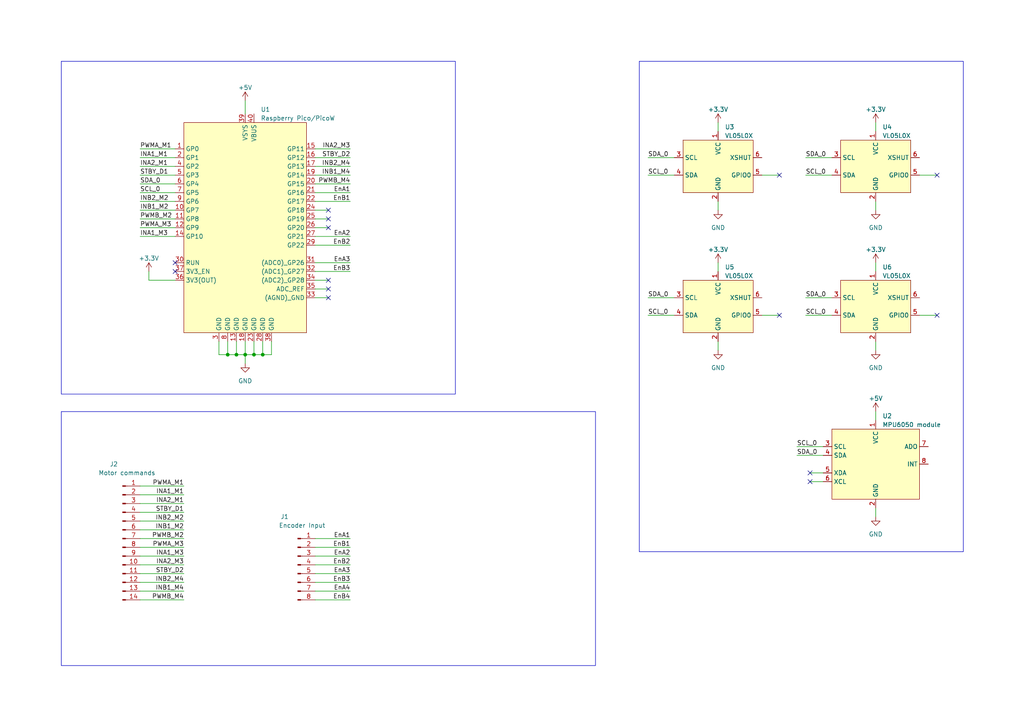
<source format=kicad_sch>
(kicad_sch (version 20230121) (generator eeschema)
  (paper "A4")
  (title_block (title "Milli Mouse Control board") (date "2023-07-11") (rev "1"))
  (lib_symbols
    (symbol "Connector:Conn_01x08_Pin" (pin_names (offset 1.016) hide)
      (property "Reference" "J" (at 0 10.16 0))
      (property "Value" "Conn_01x08_Pin" (at 0 -12.7 0))
      (symbol "Conn_01x08_Pin_1_1"
        (polyline (pts (xy 1.27 -10.16) (xy 0.8636 -10.16)) (stroke (width 0.1524)))
        (polyline (pts (xy 1.27 -7.62) (xy 0.8636 -7.62)) (stroke (width 0.1524)))
        (polyline (pts (xy 1.27 -5.08) (xy 0.8636 -5.08)) (stroke (width 0.1524)))
        (polyline (pts (xy 1.27 -2.54) (xy 0.8636 -2.54)) (stroke (width 0.1524)))
        (polyline (pts (xy 1.27 0) (xy 0.8636 0)) (stroke (width 0.1524)))
        (polyline (pts (xy 1.27 2.54) (xy 0.8636 2.54)) (stroke (width 0.1524)))
        (polyline (pts (xy 1.27 5.08) (xy 0.8636 5.08)) (stroke (width 0.1524)))
        (polyline (pts (xy 1.27 7.62) (xy 0.8636 7.62)) (stroke (width 0.1524)))
        (rectangle (start 0.8636 -10.033) (end 0 -10.287) (stroke (width 0.1524)) (fill (type outline)))
        (rectangle (start 0.8636 -7.493) (end 0 -7.747) (stroke (width 0.1524)) (fill (type outline)))
        (rectangle (start 0.8636 -4.953) (end 0 -5.207) (stroke (width 0.1524)) (fill (type outline)))
        (rectangle (start 0.8636 -2.413) (end 0 -2.667) (stroke (width 0.1524)) (fill (type outline)))
        (rectangle (start 0.8636 0.127) (end 0 -0.127) (stroke (width 0.1524)) (fill (type outline)))
        (rectangle (start 0.8636 2.667) (end 0 2.413) (stroke (width 0.1524)) (fill (type outline)))
        (rectangle (start 0.8636 5.207) (end 0 4.953) (stroke (width 0.1524)) (fill (type outline)))
        (rectangle (start 0.8636 7.747) (end 0 7.493) (stroke (width 0.1524)) (fill (type outline)))
        (pin passive line (at 5.08 7.62 180) (length 3.81) (name "Pin_1") (number "1"))
        (pin passive line (at 5.08 5.08 180) (length 3.81) (name "Pin_2") (number "2"))
        (pin passive line (at 5.08 2.54 180) (length 3.81) (name "Pin_3") (number "3"))
        (pin passive line (at 5.08 0 180) (length 3.81) (name "Pin_4") (number "4"))
        (pin passive line (at 5.08 -2.54 180) (length 3.81) (name "Pin_5") (number "5"))
        (pin passive line (at 5.08 -5.08 180) (length 3.81) (name "Pin_6") (number "6"))
        (pin passive line (at 5.08 -7.62 180) (length 3.81) (name "Pin_7") (number "7"))
        (pin passive line (at 5.08 -10.16 180) (length 3.81) (name "Pin_8") (number "8"))
      )
    )
    (symbol "Connector:Conn_01x14_Pin" (pin_names (offset 1.016) hide)
      (property "Reference" "J" (at 0 17.78 0))
      (property "Value" "Conn_01x14_Pin" (at 0 -20.32 0))
      (symbol "Conn_01x14_Pin_1_1"
        (polyline (pts (xy 1.27 -17.78) (xy 0.8636 -17.78)) (stroke (width 0.1524)))
        (polyline (pts (xy 1.27 -15.24) (xy 0.8636 -15.24)) (stroke (width 0.1524)))
        (polyline (pts (xy 1.27 -12.7) (xy 0.8636 -12.7)) (stroke (width 0.1524)))
        (polyline (pts (xy 1.27 -10.16) (xy 0.8636 -10.16)) (stroke (width 0.1524)))
        (polyline (pts (xy 1.27 -7.62) (xy 0.8636 -7.62)) (stroke (width 0.1524)))
        (polyline (pts (xy 1.27 -5.08) (xy 0.8636 -5.08)) (stroke (width 0.1524)))
        (polyline (pts (xy 1.27 -2.54) (xy 0.8636 -2.54)) (stroke (width 0.1524)))
        (polyline (pts (xy 1.27 0) (xy 0.8636 0)) (stroke (width 0.1524)))
        (polyline (pts (xy 1.27 2.54) (xy 0.8636 2.54)) (stroke (width 0.1524)))
        (polyline (pts (xy 1.27 5.08) (xy 0.8636 5.08)) (stroke (width 0.1524)))
        (polyline (pts (xy 1.27 7.62) (xy 0.8636 7.62)) (stroke (width 0.1524)))
        (polyline (pts (xy 1.27 10.16) (xy 0.8636 10.16)) (stroke (width 0.1524)))
        (polyline (pts (xy 1.27 12.7) (xy 0.8636 12.7)) (stroke (width 0.1524)))
        (polyline (pts (xy 1.27 15.24) (xy 0.8636 15.24)) (stroke (width 0.1524)))
        (rectangle (start 0.8636 -17.653) (end 0 -17.907) (stroke (width 0.1524)) (fill (type outline)))
        (rectangle (start 0.8636 -15.113) (end 0 -15.367) (stroke (width 0.1524)) (fill (type outline)))
        (rectangle (start 0.8636 -12.573) (end 0 -12.827) (stroke (width 0.1524)) (fill (type outline)))
        (rectangle (start 0.8636 -10.033) (end 0 -10.287) (stroke (width 0.1524)) (fill (type outline)))
        (rectangle (start 0.8636 -7.493) (end 0 -7.747) (stroke (width 0.1524)) (fill (type outline)))
        (rectangle (start 0.8636 -4.953) (end 0 -5.207) (stroke (width 0.1524)) (fill (type outline)))
        (rectangle (start 0.8636 -2.413) (end 0 -2.667) (stroke (width 0.1524)) (fill (type outline)))
        (rectangle (start 0.8636 0.127) (end 0 -0.127) (stroke (width 0.1524)) (fill (type outline)))
        (rectangle (start 0.8636 2.667) (end 0 2.413) (stroke (width 0.1524)) (fill (type outline)))
        (rectangle (start 0.8636 5.207) (end 0 4.953) (stroke (width 0.1524)) (fill (type outline)))
        (rectangle (start 0.8636 7.747) (end 0 7.493) (stroke (width 0.1524)) (fill (type outline)))
        (rectangle (start 0.8636 10.287) (end 0 10.033) (stroke (width 0.1524)) (fill (type outline)))
        (rectangle (start 0.8636 12.827) (end 0 12.573) (stroke (width 0.1524)) (fill (type outline)))
        (rectangle (start 0.8636 15.367) (end 0 15.113) (stroke (width 0.1524)) (fill (type outline)))
        (pin passive line (at 5.08 15.24 180) (length 3.81) (name "Pin_1") (number "1"))
        (pin passive line (at 5.08 -7.62 180) (length 3.81) (name "Pin_10") (number "10"))
        (pin passive line (at 5.08 -10.16 180) (length 3.81) (name "Pin_11") (number "11"))
        (pin passive line (at 5.08 -12.7 180) (length 3.81) (name "Pin_12") (number "12"))
        (pin passive line (at 5.08 -15.24 180) (length 3.81) (name "Pin_13") (number "13"))
        (pin passive line (at 5.08 -17.78 180) (length 3.81) (name "Pin_14") (number "14"))
        (pin passive line (at 5.08 12.7 180) (length 3.81) (name "Pin_2") (number "2"))
        (pin passive line (at 5.08 10.16 180) (length 3.81) (name "Pin_3") (number "3"))
        (pin passive line (at 5.08 7.62 180) (length 3.81) (name "Pin_4") (number "4"))
        (pin passive line (at 5.08 5.08 180) (length 3.81) (name "Pin_5") (number "5"))
        (pin passive line (at 5.08 2.54 180) (length 3.81) (name "Pin_6") (number "6"))
        (pin passive line (at 5.08 0 180) (length 3.81) (name "Pin_7") (number "7"))
        (pin passive line (at 5.08 -2.54 180) (length 3.81) (name "Pin_8") (number "8"))
        (pin passive line (at 5.08 -5.08 180) (length 3.81) (name "Pin_9") (number "9"))
      )
    )
    (symbol "power:+3.3V" (power) (pin_names (offset 0))
      (property "Value" "+3.3V" (at 0 3.556 0))
      (symbol "+3.3V_0_1"
        (polyline (pts (xy -0.762 1.27) (xy 0 2.54)))
        (polyline (pts (xy 0 0) (xy 0 2.54)))
        (polyline (pts (xy 0 2.54) (xy 0.762 1.27)))
      )
      (symbol "+3.3V_1_1"
        (pin power_in line (at 0 0 90) (length 0) hide (name "+3.3V") (number "1"))
      )
    )
    (symbol "power:+5V" (power) (pin_names (offset 0))
      (property "Value" "+5V" (at 0 3.556 0))
      (symbol "+5V_0_1"
        (polyline (pts (xy -0.762 1.27) (xy 0 2.54)))
        (polyline (pts (xy 0 0) (xy 0 2.54)))
        (polyline (pts (xy 0 2.54) (xy 0.762 1.27)))
      )
      (symbol "+5V_1_1"
        (pin power_in line (at 0 0 90) (length 0) hide (name "+5V") (number "1"))
      )
    )
    (symbol "power:GND" (power) (pin_names (offset 0))
      (property "Value" "GND" (at 0 -3.81 0))
      (symbol "GND_0_1"
        (polyline (pts (xy 0 0) (xy 0 -1.27) (xy 1.27 -1.27) (xy 0 -2.54) (xy -1.27 -1.27) (xy 0 -1.27)))
      )
      (symbol "GND_1_1"
        (pin power_in line (at 0 0 270) (length 0) hide (name "GND") (number "1"))
      )
    )
    (symbol "sche:MPU6050_Module"
      (property "Reference" "U" (at -11.43 12.7 0))
      (property "Value" "MPU6050 module" (at 12.7 -12.7 0))
      (symbol "MPU6050_Module_0_1"
        (rectangle (start -12.7 10.16) (end 12.7 -10.16) (fill (type background)))
      )
      (symbol "MPU6050_Module_1_1"
        (pin power_in line (at 0 12.7 270) (length 2.54) (name "VCC") (number "1"))
        (pin power_in line (at 0 -12.7 90) (length 2.54) (name "GND") (number "2"))
        (pin passive line (at -15.24 5.08 0) (length 2.54) (name "SCL") (number "3"))
        (pin passive line (at -15.24 2.54 0) (length 2.54) (name "SDA") (number "4"))
        (pin passive line (at -15.24 -2.54 0) (length 2.54) (name "XDA") (number "5"))
        (pin passive line (at -15.24 -5.08 0) (length 2.54) (name "XCL") (number "6"))
        (pin passive line (at 15.24 5.08 180) (length 2.54) (name "ADO") (number "7"))
        (pin passive line (at 15.24 0 180) (length 2.54) (name "INT") (number "8"))
      )
    )
    (symbol "sche:Raspberry Pico/PicoW"
      (property "Reference" "U" (at 7.62 35.56 0))
      (property "Value" "Raspberry Pico/PicoW" (at 12.7 33.02 0))
      (symbol "Raspberry Pico/PicoW_0_0"
        (pin input line (at -20.32 22.86 0) (length 2.54) (name "GP0") (number "1"))
        (pin input line (at -20.32 5.08 0) (length 2.54) (name "GP7") (number "10"))
        (pin input line (at -20.32 2.54 0) (length 2.54) (name "GP8") (number "11"))
        (pin input line (at -20.32 0 0) (length 2.54) (name "GP9") (number "12"))
        (pin input line (at -2.54 -33.02 90) (length 2.54) (name "GND") (number "13"))
        (pin input line (at -20.32 -2.54 0) (length 2.54) (name "GP10") (number "14"))
        (pin input line (at 20.32 22.86 180) (length 2.54) (name "GP11") (number "15"))
        (pin input line (at 20.32 20.32 180) (length 2.54) (name "GP12") (number "16"))
        (pin input line (at 20.32 17.78 180) (length 2.54) (name "GP13") (number "17"))
        (pin input line (at 0 -33.02 90) (length 2.54) (name "GND") (number "18"))
        (pin input line (at 20.32 15.24 180) (length 2.54) (name "GP14") (number "19"))
        (pin input line (at -20.32 20.32 0) (length 2.54) (name "GP1") (number "2"))
        (pin input line (at 20.32 12.7 180) (length 2.54) (name "GP15") (number "20"))
        (pin input line (at 20.32 10.16 180) (length 2.54) (name "GP16") (number "21"))
        (pin input line (at 20.32 7.62 180) (length 2.54) (name "GP17") (number "22"))
        (pin input line (at 2.54 -33.02 90) (length 2.54) (name "GND") (number "23"))
        (pin input line (at 20.32 5.08 180) (length 2.54) (name "GP18") (number "24"))
        (pin input line (at 20.32 2.54 180) (length 2.54) (name "GP19") (number "25"))
        (pin input line (at 20.32 0 180) (length 2.54) (name "GP20") (number "26"))
        (pin input line (at 20.32 -2.54 180) (length 2.54) (name "GP21") (number "27"))
        (pin input line (at 5.08 -33.02 90) (length 2.54) (name "GND") (number "28"))
        (pin input line (at 20.32 -5.08 180) (length 2.54) (name "GP22") (number "29"))
        (pin input line (at -7.62 -33.02 90) (length 2.54) (name "GND") (number "3"))
        (pin input line (at -20.32 -10.16 0) (length 2.54) (name "RUN") (number "30"))
        (pin input line (at 20.32 -10.16 180) (length 2.54) (name "(ADC0)_GP26") (number "31"))
        (pin input line (at 20.32 -12.7 180) (length 2.54) (name "(ADC1)_GP27") (number "32"))
        (pin input line (at 20.32 -20.32 180) (length 2.54) (name "(AGND)_GND") (number "33"))
        (pin input line (at 20.32 -15.24 180) (length 2.54) (name "(ADC2)_GP28") (number "34"))
        (pin input line (at 20.32 -17.78 180) (length 2.54) (name "ADC_REF") (number "35"))
        (pin power_out line (at -20.32 -15.24 0) (length 2.54) (name "3V3(OUT)") (number "36"))
        (pin input line (at -20.32 -12.7 0) (length 2.54) (name "3V3_EN") (number "37"))
        (pin input line (at 7.62 -33.02 90) (length 2.54) (name "GND") (number "38"))
        (pin power_in line (at 0 33.02 270) (length 2.54) (name "VSYS") (number "39"))
        (pin input line (at -20.32 17.78 0) (length 2.54) (name "GP2") (number "4"))
        (pin power_in line (at 2.54 33.02 270) (length 2.54) (name "VBUS") (number "40"))
        (pin input line (at -20.32 15.24 0) (length 2.54) (name "GP3") (number "5"))
        (pin input line (at -20.32 12.7 0) (length 2.54) (name "GP4") (number "6"))
        (pin input line (at -20.32 10.16 0) (length 2.54) (name "GP5") (number "7"))
        (pin input line (at -5.08 -33.02 90) (length 2.54) (name "GND") (number "8"))
        (pin input line (at -20.32 7.62 0) (length 2.54) (name "GP6") (number "9"))
      )
      (symbol "Raspberry Pico/PicoW_0_1"
        (rectangle (start -17.78 30.48) (end 17.78 -30.48) (fill (type background)))
      )
    )
    (symbol "sche:VL05L0X"
      (property "Reference" "U" (at -10.16 12.7 0))
      (property "Value" "VL05L0X" (at -6.35 10.16 0))
      (symbol "VL05L0X_0_1"
        (rectangle (start -10.16 7.62) (end 10.16 -7.62) (fill (type background)))
      )
      (symbol "VL05L0X_1_1"
        (pin power_in line (at 0 10.16 270) (length 2.54) (name "VCC") (number "1"))
        (pin power_in line (at 0 -10.16 90) (length 2.54) (name "GND") (number "2"))
        (pin input line (at -12.7 2.54 0) (length 2.54) (name "SCL") (number "3"))
        (pin input line (at -12.7 -2.54 0) (length 2.54) (name "SDA") (number "4"))
        (pin passive line (at 12.7 -2.54 180) (length 2.54) (name "GPIO0") (number "5"))
        (pin passive line (at 12.7 2.54 180) (length 2.54) (name "XSHUT") (number "6"))
      )
    )
  )
  (junction (at 68.58 102.87))
  (junction (at 76.2 102.87))
  (junction (at 73.66 102.87))
  (junction (at 66.04 102.87))
  (junction (at 71.12 102.87))
  (no_connect (at 95.25 86.36))
  (no_connect (at 95.25 66.04))
  (no_connect (at 50.8 78.74))
  (no_connect (at 95.25 83.82))
  (no_connect (at 95.25 63.5))
  (no_connect (at 271.78 91.44))
  (no_connect (at 95.25 60.96))
  (no_connect (at 226.06 50.8))
  (no_connect (at 50.8 76.2))
  (no_connect (at 271.78 50.8))
  (no_connect (at 95.25 81.28))
  (no_connect (at 234.95 137.16))
  (no_connect (at 226.06 91.44))
  (no_connect (at 234.95 139.7))
  (wire (pts (xy 40.64 163.83) (xy 53.34 163.83)))
  (wire (pts (xy 91.44 58.42) (xy 101.6 58.42)))
  (wire (pts (xy 40.64 48.26) (xy 50.8 48.26)))
  (wire (pts (xy 233.68 45.72) (xy 241.3 45.72)))
  (wire (pts (xy 73.66 99.06) (xy 73.66 102.87)))
  (wire (pts (xy 40.64 153.67) (xy 53.34 153.67)))
  (wire (pts (xy 91.44 76.2) (xy 101.6 76.2)))
  (wire (pts (xy 254 119.38) (xy 254 121.92)))
  (wire (pts (xy 91.44 55.88) (xy 101.6 55.88)))
  (wire (pts (xy 95.25 83.82) (xy 91.44 83.82)))
  (wire (pts (xy 91.44 163.83) (xy 101.6 163.83)))
  (wire (pts (xy 95.25 60.96) (xy 91.44 60.96)))
  (wire (pts (xy 91.44 53.34) (xy 101.6 53.34)))
  (wire (pts (xy 68.58 99.06) (xy 68.58 102.87)))
  (wire (pts (xy 71.12 102.87) (xy 73.66 102.87)))
  (wire (pts (xy 40.64 158.75) (xy 53.34 158.75)))
  (wire (pts (xy 63.5 99.06) (xy 63.5 102.87)))
  (wire (pts (xy 91.44 161.29) (xy 101.6 161.29)))
  (wire (pts (xy 73.66 102.87) (xy 76.2 102.87)))
  (wire (pts (xy 91.44 171.45) (xy 101.6 171.45)))
  (wire (pts (xy 226.06 50.8) (xy 220.98 50.8)))
  (wire (pts (xy 78.74 102.87) (xy 78.74 99.06)))
  (wire (pts (xy 76.2 102.87) (xy 78.74 102.87)))
  (wire (pts (xy 40.64 171.45) (xy 53.34 171.45)))
  (wire (pts (xy 91.44 78.74) (xy 101.6 78.74)))
  (wire (pts (xy 40.64 143.51) (xy 53.34 143.51)))
  (wire (pts (xy 40.64 45.72) (xy 50.8 45.72)))
  (wire (pts (xy 208.28 35.56) (xy 208.28 38.1)))
  (wire (pts (xy 187.96 86.36) (xy 195.58 86.36)))
  (wire (pts (xy 187.96 45.72) (xy 195.58 45.72)))
  (wire (pts (xy 43.18 81.28) (xy 50.8 81.28)))
  (wire (pts (xy 233.68 91.44) (xy 241.3 91.44)))
  (wire (pts (xy 226.06 91.44) (xy 220.98 91.44)))
  (wire (pts (xy 40.64 63.5) (xy 50.8 63.5)))
  (wire (pts (xy 76.2 99.06) (xy 76.2 102.87)))
  (wire (pts (xy 40.64 148.59) (xy 53.34 148.59)))
  (wire (pts (xy 91.44 43.18) (xy 101.6 43.18)))
  (wire (pts (xy 231.14 129.54) (xy 238.76 129.54)))
  (wire (pts (xy 66.04 102.87) (xy 68.58 102.87)))
  (wire (pts (xy 40.64 50.8) (xy 50.8 50.8)))
  (wire (pts (xy 187.96 50.8) (xy 195.58 50.8)))
  (wire (pts (xy 40.64 161.29) (xy 53.34 161.29)))
  (wire (pts (xy 63.5 102.87) (xy 66.04 102.87)))
  (wire (pts (xy 40.64 140.97) (xy 53.34 140.97)))
  (wire (pts (xy 208.28 76.2) (xy 208.28 78.74)))
  (wire (pts (xy 43.18 78.74) (xy 43.18 81.28)))
  (wire (pts (xy 91.44 45.72) (xy 101.6 45.72)))
  (wire (pts (xy 40.64 156.21) (xy 53.34 156.21)))
  (wire (pts (xy 91.44 156.21) (xy 101.6 156.21)))
  (wire (pts (xy 95.25 63.5) (xy 91.44 63.5)))
  (wire (pts (xy 40.64 146.05) (xy 53.34 146.05)))
  (wire (pts (xy 254 76.2) (xy 254 78.74)))
  (wire (pts (xy 40.64 58.42) (xy 50.8 58.42)))
  (wire (pts (xy 91.44 158.75) (xy 101.6 158.75)))
  (wire (pts (xy 40.64 66.04) (xy 50.8 66.04)))
  (wire (pts (xy 254 58.42) (xy 254 60.96)))
  (wire (pts (xy 208.28 58.42) (xy 208.28 60.96)))
  (wire (pts (xy 71.12 29.21) (xy 71.12 33.02)))
  (wire (pts (xy 233.68 86.36) (xy 241.3 86.36)))
  (wire (pts (xy 91.44 71.12) (xy 101.6 71.12)))
  (wire (pts (xy 95.25 81.28) (xy 91.44 81.28)))
  (wire (pts (xy 40.64 55.88) (xy 50.8 55.88)))
  (wire (pts (xy 271.78 50.8) (xy 266.7 50.8)))
  (wire (pts (xy 71.12 102.87) (xy 71.12 105.41)))
  (wire (pts (xy 187.96 91.44) (xy 195.58 91.44)))
  (wire (pts (xy 91.44 48.26) (xy 101.6 48.26)))
  (wire (pts (xy 40.64 53.34) (xy 50.8 53.34)))
  (wire (pts (xy 208.28 99.06) (xy 208.28 101.6)))
  (wire (pts (xy 40.64 173.99) (xy 53.34 173.99)))
  (wire (pts (xy 254 35.56) (xy 254 38.1)))
  (wire (pts (xy 254 99.06) (xy 254 101.6)))
  (wire (pts (xy 40.64 151.13) (xy 53.34 151.13)))
  (wire (pts (xy 40.64 68.58) (xy 50.8 68.58)))
  (wire (pts (xy 234.95 139.7) (xy 238.76 139.7)))
  (wire (pts (xy 271.78 91.44) (xy 266.7 91.44)))
  (wire (pts (xy 66.04 99.06) (xy 66.04 102.87)))
  (wire (pts (xy 68.58 102.87) (xy 71.12 102.87)))
  (wire (pts (xy 91.44 168.91) (xy 101.6 168.91)))
  (wire (pts (xy 234.95 137.16) (xy 238.76 137.16)))
  (wire (pts (xy 91.44 166.37) (xy 101.6 166.37)))
  (wire (pts (xy 91.44 173.99) (xy 101.6 173.99)))
  (wire (pts (xy 71.12 99.06) (xy 71.12 102.87)))
  (wire (pts (xy 231.14 132.08) (xy 238.76 132.08)))
  (wire (pts (xy 91.44 68.58) (xy 101.6 68.58)))
  (wire (pts (xy 233.68 50.8) (xy 241.3 50.8)))
  (wire (pts (xy 95.25 86.36) (xy 91.44 86.36)))
  (wire (pts (xy 254 147.32) (xy 254 149.86)))
  (wire (pts (xy 91.44 50.8) (xy 101.6 50.8)))
  (wire (pts (xy 40.64 168.91) (xy 53.34 168.91)))
  (wire (pts (xy 40.64 166.37) (xy 53.34 166.37)))
  (wire (pts (xy 40.64 43.18) (xy 50.8 43.18)))
  (wire (pts (xy 95.25 66.04) (xy 91.44 66.04)))
  (wire (pts (xy 40.64 60.96) (xy 50.8 60.96)))
  (rectangle (start 17.78 17.78) (end 132.08 114.3))
  (rectangle (start 185.42 17.78) (end 279.4 160.02))
  (rectangle (start 17.78 119.38) (end 172.72 193.04))
  (label "EnA1" (at 101.6 55.88 180))
  (label "INB2_M4" (at 53.34 168.91 180))
  (label "INA1_M1" (at 53.34 143.51 180))
  (label "SDA_0" (at 233.68 45.72 0))
  (label "PWMB_M2" (at 40.64 63.5 0))
  (label "SCL_0" (at 233.68 50.8 0))
  (label "EnB2" (at 101.6 163.83 180))
  (label "EnA3" (at 101.6 166.37 180))
  (label "SCL_0" (at 187.96 91.44 0))
  (label "SCL_0" (at 233.68 91.44 0))
  (label "PWMA_M1" (at 40.64 43.18 0))
  (label "INB2_M2" (at 53.34 151.13 180))
  (label "SDA_0" (at 187.96 45.72 0))
  (label "EnA1" (at 101.6 156.21 180))
  (label "SCL_0" (at 231.14 129.54 0))
  (label "SDA_0" (at 233.68 86.36 0))
  (label "SCL_0" (at 187.96 50.8 0))
  (label "PWMA_M3" (at 53.34 158.75 180))
  (label "INA2_M1" (at 53.34 146.05 180))
  (label "PWMB_M4" (at 53.34 173.99 180))
  (label "EnB3" (at 101.6 78.74 180))
  (label "EnA3" (at 101.6 76.2 180))
  (label "EnB2" (at 101.6 71.12 180))
  (label "INA2_M3" (at 53.34 163.83 180))
  (label "STBY_D1" (at 53.34 148.59 180))
  (label "INB2_M2" (at 40.64 58.42 0))
  (label "PWMA_M1" (at 53.34 140.97 180))
  (label "SCL_0" (at 40.64 55.88 0))
  (label "INB1_M2" (at 53.34 153.67 180))
  (label "STBY_D1" (at 40.64 50.8 0))
  (label "PWMB_M4" (at 101.6 53.34 180))
  (label "EnB3" (at 101.6 168.91 180))
  (label "INB1_M4" (at 101.6 50.8 180))
  (label "SDA_0" (at 231.14 132.08 0))
  (label "INA2_M1" (at 40.64 48.26 0))
  (label "EnB1" (at 101.6 158.75 180))
  (label "EnA4" (at 101.6 171.45 180))
  (label "PWMA_M3" (at 40.64 66.04 0))
  (label "SDA_0" (at 187.96 86.36 0))
  (label "EnA2" (at 101.6 161.29 180))
  (label "INA1_M1" (at 40.64 45.72 0))
  (label "EnA2" (at 101.6 68.58 180))
  (label "STBY_D2" (at 101.6 45.72 180))
  (label "INB1_M4" (at 53.34 171.45 180))
  (label "INA1_M3" (at 40.64 68.58 0))
  (label "INB1_M2" (at 40.64 60.96 0))
  (label "INA2_M3" (at 101.6 43.18 180))
  (label "SDA_0" (at 40.64 53.34 0))
  (label "PWMB_M2" (at 53.34 156.21 180))
  (label "INB2_M4" (at 101.6 48.26 180))
  (label "INA1_M3" (at 53.34 161.29 180))
  (label "STBY_D2" (at 53.34 166.37 180))
  (label "EnB4" (at 101.6 173.99 180))
  (label "EnB1" (at 101.6 58.42 180))
  (symbol (lib_id "power:GND") (at 71.12 105.41 0) (unit 1)
    (property "Reference" "#PWR08" (effects hide))
    (property "Value" "GND" (at 71.12 110.49 0))
  )
  (symbol (lib_id "power:GND") (at 208.28 60.96 0) (unit 1)
    (property "Reference" "#PWR010" (effects hide))
    (property "Value" "GND" (at 208.28 66.04 0))
  )
  (symbol (lib_id "Connector:Conn_01x14_Pin") (at 35.56 156.21 0) (unit 1)
    (property "Reference" "J2" (at 33.02 134.62 0))
    (property "Value" "Motor commands" (at 36.83 137.16 0))
    (property "Footprint" "Connector_PinHeader_2.54mm:PinHeader_1x12_P2.54mm_Vertical" (effects hide))
  )
  (symbol (lib_id "power:GND") (at 254 149.86 0) (unit 1)
    (property "Reference" "#PWR09" (effects hide))
    (property "Value" "GND" (at 254 154.94 0))
  )
  (symbol (lib_id "power:GND") (at 208.28 101.6 0) (unit 1)
    (property "Reference" "#PWR012" (effects hide))
    (property "Value" "GND" (at 208.28 106.68 0))
  )
  (symbol (lib_id "sche:MPU6050_Module") (at 254 134.62 0) (unit 1)
    (property "Reference" "U2" (at 255.9559 120.65 0) (effects (justify left)))
    (property "Value" "MPU6050 module" (at 255.9559 123.19 0) (effects (justify left)))
    (property "Footprint" "Connector_PinHeader_2.54mm:PinHeader_1x08_P2.54mm_Vertical" (effects hide))
  )
  (symbol (lib_id "power:+3.3V") (at 254 76.2 0) (unit 1)
    (property "Reference" "#PWR07" (effects hide))
    (property "Value" "+3.3V" (at 254 72.39 0))
  )
  (symbol (lib_id "power:+3.3V") (at 208.28 76.2 0) (unit 1)
    (property "Reference" "#PWR06" (effects hide))
    (property "Value" "+3.3V" (at 208.28 72.39 0))
  )
  (symbol (lib_id "sche:VL05L0X") (at 254 48.26 0) (unit 1)
    (property "Reference" "U4" (at 255.9559 36.83 0) (effects (justify left)))
    (property "Value" "VL05L0X" (at 255.9559 39.37 0) (effects (justify left)))
    (property "Footprint" "Connector_PinHeader_2.54mm:PinHeader_1x06_P2.54mm_Vertical" (effects hide))
  )
  (symbol (lib_id "power:+3.3V") (at 208.28 35.56 0) (unit 1)
    (property "Reference" "#PWR04" (effects hide))
    (property "Value" "+3.3V" (at 208.28 31.75 0))
  )
  (symbol (lib_id "power:+3.3V") (at 43.18 78.74 0) (unit 1)
    (property "Reference" "#PWR03" (effects hide))
    (property "Value" "+3.3V" (at 43.18 74.93 0))
  )
  (symbol (lib_id "sche:VL05L0X") (at 208.28 88.9 0) (unit 1)
    (property "Reference" "U5" (at 210.2359 77.47 0) (effects (justify left)))
    (property "Value" "VL05L0X" (at 210.2359 80.01 0) (effects (justify left)))
    (property "Footprint" "Connector_PinHeader_2.54mm:PinHeader_1x06_P2.54mm_Vertical" (effects hide))
  )
  (symbol (lib_id "power:+3.3V") (at 254 35.56 0) (unit 1)
    (property "Reference" "#PWR05" (effects hide))
    (property "Value" "+3.3V" (at 254 31.75 0))
  )
  (symbol (lib_id "power:GND") (at 254 60.96 0) (unit 1)
    (property "Reference" "#PWR011" (effects hide))
    (property "Value" "GND" (at 254 66.04 0))
  )
  (symbol (lib_id "sche:Raspberry Pico/PicoW") (at 71.12 66.04 0) (unit 1)
    (property "Reference" "U1" (at 75.6159 31.75 0) (effects (justify left)))
    (property "Value" "Raspberry Pico/PicoW" (at 75.6159 34.29 0) (effects (justify left)))
    (property "Footprint" "sche:RaspberryPico_PicoW" (effects hide))
  )
  (symbol (lib_id "sche:VL05L0X") (at 254 88.9 0) (unit 1)
    (property "Reference" "U6" (at 255.9559 77.47 0) (effects (justify left)))
    (property "Value" "VL05L0X" (at 255.9559 80.01 0) (effects (justify left)))
    (property "Footprint" "Connector_PinHeader_2.54mm:PinHeader_1x06_P2.54mm_Vertical" (effects hide))
  )
  (symbol (lib_id "sche:VL05L0X") (at 208.28 48.26 0) (unit 1)
    (property "Reference" "U3" (at 210.2359 36.83 0) (effects (justify left)))
    (property "Value" "VL05L0X" (at 210.2359 39.37 0) (effects (justify left)))
    (property "Footprint" "Connector_PinHeader_2.54mm:PinHeader_1x06_P2.54mm_Vertical" (effects hide))
  )
  (symbol (lib_id "Connector:Conn_01x08_Pin") (at 86.36 163.83 0) (unit 1)
    (property "Reference" "J1" (at 82.55 149.86 0))
    (property "Value" "Encoder Input" (at 87.63 152.4 0))
    (property "Footprint" "Connector_PinHeader_2.54mm:PinHeader_1x06_P2.54mm_Vertical" (effects hide))
  )
  (symbol (lib_id "power:+5V") (at 71.12 29.21 0) (unit 1)
    (property "Reference" "#PWR01" (effects hide))
    (property "Value" "+5V" (at 71.12 25.4 0))
  )
  (symbol (lib_id "power:+5V") (at 254 119.38 0) (unit 1)
    (property "Reference" "#PWR02" (effects hide))
    (property "Value" "+5V" (at 254 115.57 0))
  )
  (symbol (lib_id "power:GND") (at 254 101.6 0) (unit 1)
    (property "Reference" "#PWR013" (effects hide))
    (property "Value" "GND" (at 254 106.68 0))
  )
)
</source>
